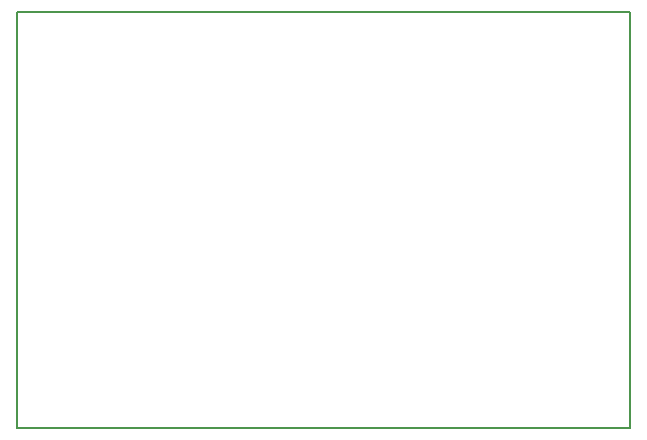
<source format=gbo>
G04 MADE WITH FRITZING*
G04 WWW.FRITZING.ORG*
G04 DOUBLE SIDED*
G04 HOLES PLATED*
G04 CONTOUR ON CENTER OF CONTOUR VECTOR*
%ASAXBY*%
%FSLAX23Y23*%
%MOIN*%
%OFA0B0*%
%SFA1.0B1.0*%
%ADD10R,2.052530X1.397400X2.036530X1.381400*%
%ADD11C,0.008000*%
%LNSILK0*%
G90*
G70*
G54D11*
X4Y1393D02*
X2049Y1393D01*
X2049Y4D01*
X4Y4D01*
X4Y1393D01*
D02*
G04 End of Silk0*
M02*
</source>
